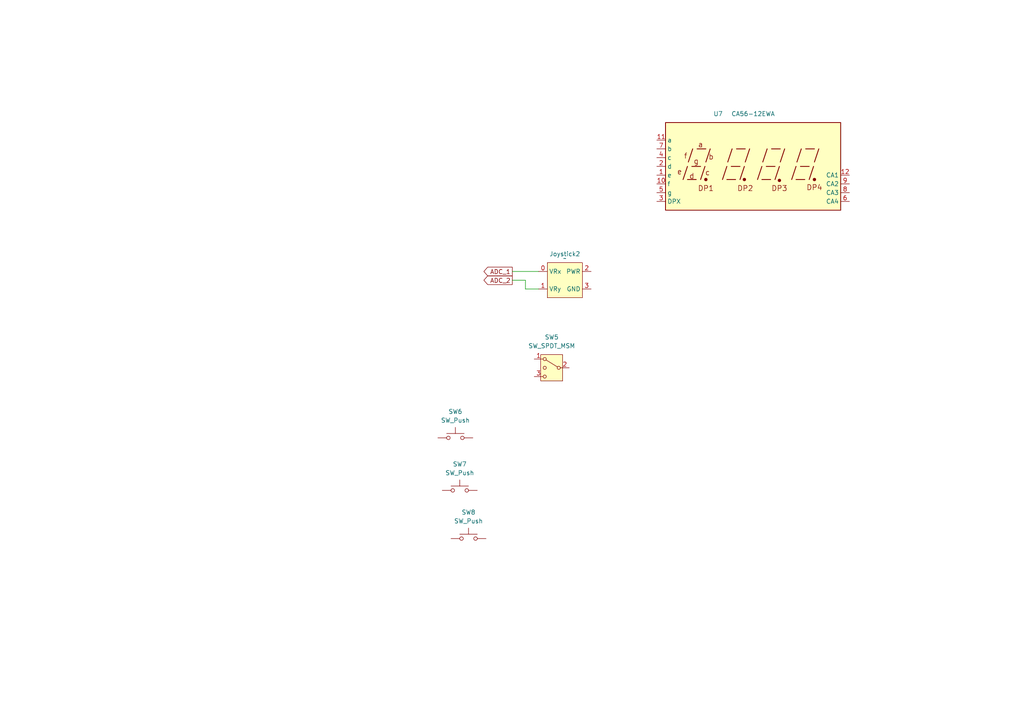
<source format=kicad_sch>
(kicad_sch (version 20231120) (generator "eeschema") (generator_version "8.0")
  (paper "A4")
  (lib_symbols
    (symbol "Display_Character:CA56-12EWA"
      (property "Reference" "U" (at -24.13 13.97 0))
      (property "Value" "CA56-12EWA" (at 19.05 13.97 0))
      (symbol "CA56-12EWA_0_0"
        (rectangle (start -25.4 12.7) (end 25.4 -12.7) (stroke (width 0.254)) (fill (type background)))
        (polyline (pts (xy -20.32 -3.81) (xy -19.05 0)) (stroke (width 0.254)))
        (polyline (pts (xy -19.05 -3.81) (xy -16.51 -3.81)) (stroke (width 0.254)))
        (polyline (pts (xy -18.796 1.27) (xy -17.526 5.08)) (stroke (width 0.254)))
        (polyline (pts (xy -17.78 0) (xy -15.24 0)) (stroke (width 0.254)))
        (polyline (pts (xy -16.256 5.08) (xy -13.716 5.08)) (stroke (width 0.254)))
        (polyline (pts (xy -15.24 -3.81) (xy -13.97 0)) (stroke (width 0.254)))
        (polyline (pts (xy -13.716 1.27) (xy -12.446 5.08)) (stroke (width 0.254)))
        (polyline (pts (xy -8.89 -3.81) (xy -7.62 0)) (stroke (width 0.254)))
        (polyline (pts (xy -7.62 -3.81) (xy -5.08 -3.81)) (stroke (width 0.254)))
        (polyline (pts (xy -7.366 1.27) (xy -6.096 5.08)) (stroke (width 0.254)))
        (polyline (pts (xy -6.35 0) (xy -3.81 0)) (stroke (width 0.254)))
        (polyline (pts (xy -4.826 5.08) (xy -2.286 5.08)) (stroke (width 0.254)))
        (polyline (pts (xy -3.81 -3.81) (xy -2.54 0)) (stroke (width 0.254)))
        (polyline (pts (xy -2.286 1.27) (xy -1.016 5.08)) (stroke (width 0.254)))
        (polyline (pts (xy 1.27 -3.81) (xy 2.54 0)) (stroke (width 0.254)))
        (polyline (pts (xy 2.54 -3.81) (xy 5.08 -3.81)) (stroke (width 0.254)))
        (polyline (pts (xy 2.794 1.27) (xy 4.064 5.08)) (stroke (width 0.254)))
        (polyline (pts (xy 3.81 0) (xy 6.35 0)) (stroke (width 0.254)))
        (polyline (pts (xy 5.334 5.08) (xy 7.874 5.08)) (stroke (width 0.254)))
        (polyline (pts (xy 6.35 -3.81) (xy 7.62 0)) (stroke (width 0.254)))
        (polyline (pts (xy 7.874 1.27) (xy 9.144 5.08)) (stroke (width 0.254)))
        (polyline (pts (xy 11.176 -3.81) (xy 12.446 0)) (stroke (width 0.254)))
        (polyline (pts (xy 12.446 -3.81) (xy 14.986 -3.81)) (stroke (width 0.254)))
        (polyline (pts (xy 12.7 1.27) (xy 13.97 5.08)) (stroke (width 0.254)))
        (polyline (pts (xy 13.716 0) (xy 16.256 0)) (stroke (width 0.254)))
        (polyline (pts (xy 15.24 5.08) (xy 17.78 5.08)) (stroke (width 0.254)))
        (polyline (pts (xy 16.256 -3.81) (xy 17.526 0)) (stroke (width 0.254)))
        (polyline (pts (xy 17.78 1.27) (xy 19.05 5.08)) (stroke (width 0.254)))
        (text "a" (at -15.24 6.35 0) (effects (font (size 1.524 1.524))))
        (text "b" (at -12.192 2.794 0) (effects (font (size 1.524 1.524))))
        (text "c" (at -13.208 -1.778 0) (effects (font (size 1.524 1.524))))
        (text "d" (at -17.78 -2.794 0) (effects (font (size 1.524 1.524))))
        (text "DP1" (at -13.716 -6.35 0) (effects (font (size 1.524 1.524))))
        (text "DP2" (at -2.286 -6.35 0) (effects (font (size 1.524 1.524))))
        (text "DP3" (at 7.62 -6.35 0) (effects (font (size 1.524 1.524))))
        (text "DP4" (at 17.78 -6.096 0) (effects (font (size 1.524 1.524))))
        (text "e" (at -21.336 -1.524 0) (effects (font (size 1.524 1.524))))
        (text "f" (at -19.558 3.048 0) (effects (font (size 1.524 1.524))))
        (text "g" (at -16.51 1.524 0) (effects (font (size 1.524 1.524))))
      )
      (symbol "CA56-12EWA_0_1"
        (circle (center -13.716 -3.81) (radius 0.3556) (stroke (width 0.254)) (fill (type outline)))
        (circle (center -2.54 -3.81) (radius 0.3556) (stroke (width 0.254)) (fill (type outline)))
      )
      (symbol "CA56-12EWA_1_0"
        (circle (center 7.62 -4.064) (radius 0.3556) (stroke (width 0.254)) (fill (type outline)))
        (circle (center 17.78 -3.81) (radius 0.3556) (stroke (width 0.254)) (fill (type outline)))
      )
      (symbol "CA56-12EWA_1_1"
        (pin input line (at -27.94 -2.54 0) (length 2.54) (name "e") (number "1"))
        (pin input line (at -27.94 -5.08 0) (length 2.54) (name "f") (number "10"))
        (pin input line (at -27.94 7.62 0) (length 2.54) (name "a") (number "11"))
        (pin input line (at 27.94 -2.54 180) (length 2.54) (name "CA1") (number "12"))
        (pin input line (at -27.94 0 0) (length 2.54) (name "d") (number "2"))
        (pin input line (at -27.94 -10.16 0) (length 2.54) (name "DPX") (number "3"))
        (pin input line (at -27.94 2.54 0) (length 2.54) (name "c") (number "4"))
        (pin input line (at -27.94 -7.62 0) (length 2.54) (name "g") (number "5"))
        (pin input line (at 27.94 -10.16 180) (length 2.54) (name "CA4") (number "6"))
        (pin input line (at -27.94 5.08 0) (length 2.54) (name "b") (number "7"))
        (pin input line (at 27.94 -7.62 180) (length 2.54) (name "CA3") (number "8"))
        (pin input line (at 27.94 -5.08 180) (length 2.54) (name "CA2") (number "9"))
      )
    )
    (symbol "New_Library:2DirJoystick" (exclude_from_sim yes) (in_bom no) (on_board no)
      (property "Reference" "Joystick" (at 0 7.62 0))
      (property "Value" "~" (at 0 6.35 0))
      (symbol "2DirJoystick_0_1"
        (rectangle (start -5.08 5.08) (end 5.08 -5.08) (fill (type background)))
      )
      (symbol "2DirJoystick_1_1"
        (pin output line (at -7.62 2.54 0) (length 2.54) (name "VRx") (number "0"))
        (pin output line (at -7.62 -2.54 0) (length 2.54) (name "VRy") (number "1"))
        (pin power_in line (at 7.62 2.54 180) (length 2.54) (name "PWR") (number "2"))
        (pin power_out line (at 7.62 -2.54 180) (length 2.54) (name "GND") (number "3"))
      )
    )
    (symbol "Switch:SW_Push" (pin_numbers hide) (pin_names (offset 1.016) hide)
      (property "Reference" "SW" (at 1.27 2.54 0))
      (property "Value" "SW_Push" (at 0 -1.524 0))
      (symbol "SW_Push_0_1"
        (circle (center -2.032 0) (radius 0.508))
        (polyline (pts (xy 0 1.27) (xy 0 3.048)))
        (polyline (pts (xy 2.54 1.27) (xy -2.54 1.27)))
        (circle (center 2.032 0) (radius 0.508))
        (pin passive line (at -5.08 0 0) (length 2.54) (name "1") (number "1"))
        (pin passive line (at 5.08 0 180) (length 2.54) (name "2") (number "2"))
      )
    )
    (symbol "Switch:SW_SPDT_MSM" (pin_names (offset 0) hide)
      (property "Reference" "SW" (at 0 5.08 0))
      (property "Value" "SW_SPDT_MSM" (at 0 -5.08 0))
      (symbol "SW_SPDT_MSM_0_1"
        (circle (center -2.032 0) (radius 0.4572))
        (polyline (pts (xy -1.651 0.254) (xy 1.651 2.286)))
        (circle (center 2.032 -2.54) (radius 0.4572))
        (circle (center 2.032 0) (radius 0.4572))
        (circle (center 2.032 2.54) (radius 0.4572))
      )
      (symbol "SW_SPDT_MSM_1_1"
        (rectangle (start -3.175 3.81) (end 3.175 -3.81) (fill (type background)))
        (pin passive line (at 5.08 2.54 180) (length 2.54) (name "1") (number "1"))
        (pin passive line (at -5.08 0 0) (length 2.54) (name "3") (number "2"))
        (pin passive line (at 5.08 -2.54 180) (length 2.54) (name "4") (number "3"))
      )
    )
  )
  (wire (pts (xy 152.4 81.28) (xy 148.59 81.28)))
  (wire (pts (xy 148.59 78.74) (xy 156.21 78.74)))
  (wire (pts (xy 152.4 83.82) (xy 152.4 81.28)))
  (wire (pts (xy 156.21 83.82) (xy 152.4 83.82)))
  (global_label "ADC_1" (shape output) (at 148.59 78.74 180) (property "Intersheetrefs" "${INTERSHEET_REFS}" (effects (hide yes))))
  (global_label "ADC_2" (shape output) (at 148.59 81.28 180) (property "Intersheetrefs" "${INTERSHEET_REFS}" (effects (hide yes))))
  (symbol (lib_id "Switch:SW_Push") (at 133.35 142.24 0) (unit 1)
    (property "Reference" "SW7" (at 133.35 134.62 0))
    (property "Value" "SW_Push" (at 133.35 137.16 0))
    (property "Description" "Push button switch, generic, two pins" (effects (hide yes)))
  )
  (symbol (lib_id "Display_Character:CA56-12EWA") (at 218.44 48.26 0) (unit 1)
    (property "Reference" "U7" (at 208.28 33.02 0))
    (property "Value" "CA56-12EWA" (at 218.44 33.02 0))
    (property "Footprint" "Display_7Segment:CA56-12EWA" (effects (hide yes)))
    (property "Datasheet" "http://www.kingbrightusa.com/images/catalog/SPEC/CA56-12EWA.pdf" (effects (hide yes)))
    (property "Description" "4 digit 7 segment high efficiency red LED, common anode" (effects (hide yes)))
  )
  (symbol (lib_id "Switch:SW_Push") (at 135.89 156.21 0) (unit 1)
    (property "Reference" "SW8" (at 135.89 148.59 0))
    (property "Value" "SW_Push" (at 135.89 151.13 0))
    (property "Description" "Push button switch, generic, two pins" (effects (hide yes)))
  )
  (symbol (lib_id "Switch:SW_SPDT_MSM") (at 160.02 106.68 0) (mirror y) (unit 1)
    (property "Reference" "SW5" (at 160.02 97.79 0))
    (property "Value" "SW_SPDT_MSM" (at 160.02 100.33 0))
    (property "Description" "Switch, single pole double throw, center OFF position" (effects (hide yes)))
  )
  (symbol (lib_id "Switch:SW_Push") (at 132.08 127 0) (unit 1)
    (property "Reference" "SW6" (at 132.08 119.38 0))
    (property "Value" "SW_Push" (at 132.08 121.92 0))
    (property "Description" "Push button switch, generic, two pins" (effects (hide yes)))
  )
  (symbol (lib_id "New_Library:2DirJoystick") (at 163.83 81.28 0) (unit 1) (exclude_from_sim yes) (in_bom no) (on_board no)
    (property "Reference" "Joystick2" (at 163.83 73.66 0))
    (property "Value" "~" (at 163.83 74.93 0))
  )
)
</source>
